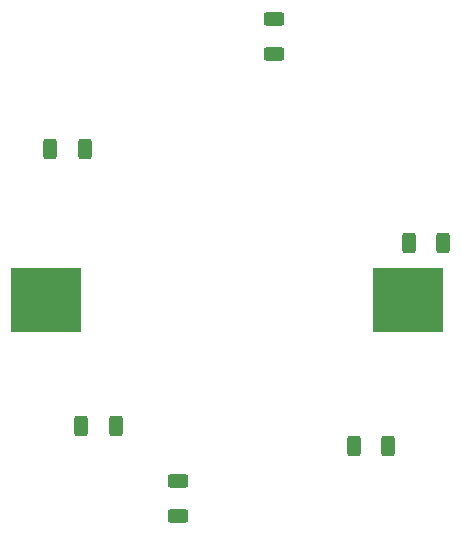
<source format=gbr>
%TF.GenerationSoftware,KiCad,Pcbnew,9.0.4*%
%TF.CreationDate,2025-10-13T15:08:01-05:00*%
%TF.ProjectId,tplane2025,74706c61-6e65-4323-9032-352e6b696361,rev?*%
%TF.SameCoordinates,Original*%
%TF.FileFunction,Paste,Bot*%
%TF.FilePolarity,Positive*%
%FSLAX46Y46*%
G04 Gerber Fmt 4.6, Leading zero omitted, Abs format (unit mm)*
G04 Created by KiCad (PCBNEW 9.0.4) date 2025-10-13 15:08:01*
%MOMM*%
%LPD*%
G01*
G04 APERTURE LIST*
G04 Aperture macros list*
%AMRoundRect*
0 Rectangle with rounded corners*
0 $1 Rounding radius*
0 $2 $3 $4 $5 $6 $7 $8 $9 X,Y pos of 4 corners*
0 Add a 4 corners polygon primitive as box body*
4,1,4,$2,$3,$4,$5,$6,$7,$8,$9,$2,$3,0*
0 Add four circle primitives for the rounded corners*
1,1,$1+$1,$2,$3*
1,1,$1+$1,$4,$5*
1,1,$1+$1,$6,$7*
1,1,$1+$1,$8,$9*
0 Add four rect primitives between the rounded corners*
20,1,$1+$1,$2,$3,$4,$5,0*
20,1,$1+$1,$4,$5,$6,$7,0*
20,1,$1+$1,$6,$7,$8,$9,0*
20,1,$1+$1,$8,$9,$2,$3,0*%
G04 Aperture macros list end*
%ADD10R,6.000000X5.500000*%
%ADD11RoundRect,0.250000X0.312500X0.625000X-0.312500X0.625000X-0.312500X-0.625000X0.312500X-0.625000X0*%
%ADD12RoundRect,0.250000X-0.312500X-0.625000X0.312500X-0.625000X0.312500X0.625000X-0.312500X0.625000X0*%
%ADD13RoundRect,0.250000X-0.625000X0.312500X-0.625000X-0.312500X0.625000X-0.312500X0.625000X0.312500X0*%
%ADD14RoundRect,0.250000X0.625000X-0.312500X0.625000X0.312500X-0.625000X0.312500X-0.625000X-0.312500X0*%
G04 APERTURE END LIST*
D10*
%TO.C,BT1*%
X162790000Y-79420000D03*
X132190000Y-79420000D03*
%TD*%
D11*
%TO.C,R18*%
X138072500Y-90060000D03*
X135147500Y-90060000D03*
%TD*%
%TO.C,R5*%
X135450000Y-66670000D03*
X132525000Y-66670000D03*
%TD*%
D12*
%TO.C,R3*%
X158200000Y-91750000D03*
X161125000Y-91750000D03*
%TD*%
%TO.C,R1*%
X162850000Y-74570000D03*
X165775000Y-74570000D03*
%TD*%
D13*
%TO.C,R2*%
X143360000Y-94760000D03*
X143360000Y-97685000D03*
%TD*%
D14*
%TO.C,R4*%
X151460000Y-58570000D03*
X151460000Y-55645000D03*
%TD*%
M02*

</source>
